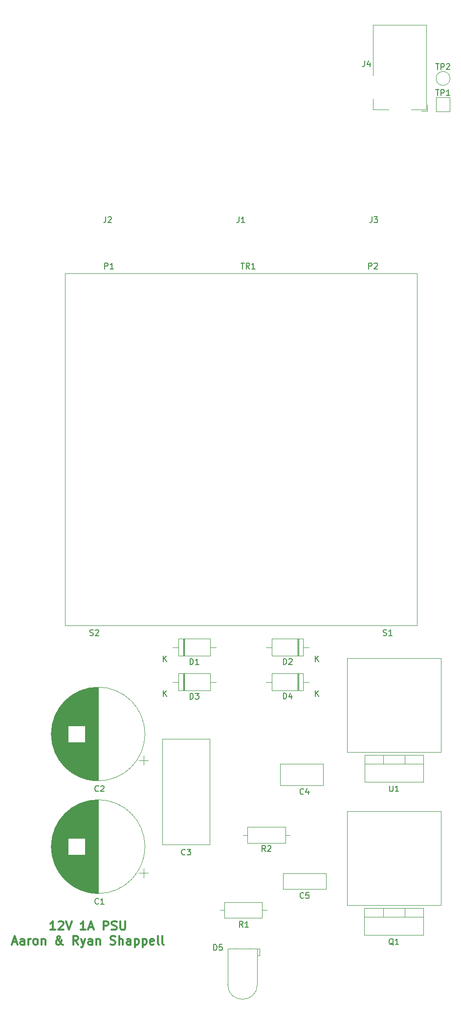
<source format=gbr>
G04 #@! TF.GenerationSoftware,KiCad,Pcbnew,(5.1.6)-1*
G04 #@! TF.CreationDate,2020-12-21T18:52:40-08:00*
G04 #@! TF.ProjectId,12v1a_psu,31327631-615f-4707-9375-2e6b69636164,1.0*
G04 #@! TF.SameCoordinates,Original*
G04 #@! TF.FileFunction,Legend,Top*
G04 #@! TF.FilePolarity,Positive*
%FSLAX46Y46*%
G04 Gerber Fmt 4.6, Leading zero omitted, Abs format (unit mm)*
G04 Created by KiCad (PCBNEW (5.1.6)-1) date 2020-12-21 18:52:40*
%MOMM*%
%LPD*%
G01*
G04 APERTURE LIST*
%ADD10C,0.300000*%
%ADD11C,0.120000*%
%ADD12C,0.150000*%
G04 APERTURE END LIST*
D10*
X57821428Y-177903571D02*
X56964285Y-177903571D01*
X57392857Y-177903571D02*
X57392857Y-176403571D01*
X57250000Y-176617857D01*
X57107142Y-176760714D01*
X56964285Y-176832142D01*
X58392857Y-176546428D02*
X58464285Y-176475000D01*
X58607142Y-176403571D01*
X58964285Y-176403571D01*
X59107142Y-176475000D01*
X59178571Y-176546428D01*
X59250000Y-176689285D01*
X59250000Y-176832142D01*
X59178571Y-177046428D01*
X58321428Y-177903571D01*
X59250000Y-177903571D01*
X59678571Y-176403571D02*
X60178571Y-177903571D01*
X60678571Y-176403571D01*
X63107142Y-177903571D02*
X62250000Y-177903571D01*
X62678571Y-177903571D02*
X62678571Y-176403571D01*
X62535714Y-176617857D01*
X62392857Y-176760714D01*
X62250000Y-176832142D01*
X63678571Y-177475000D02*
X64392857Y-177475000D01*
X63535714Y-177903571D02*
X64035714Y-176403571D01*
X64535714Y-177903571D01*
X66178571Y-177903571D02*
X66178571Y-176403571D01*
X66750000Y-176403571D01*
X66892857Y-176475000D01*
X66964285Y-176546428D01*
X67035714Y-176689285D01*
X67035714Y-176903571D01*
X66964285Y-177046428D01*
X66892857Y-177117857D01*
X66750000Y-177189285D01*
X66178571Y-177189285D01*
X67607142Y-177832142D02*
X67821428Y-177903571D01*
X68178571Y-177903571D01*
X68321428Y-177832142D01*
X68392857Y-177760714D01*
X68464285Y-177617857D01*
X68464285Y-177475000D01*
X68392857Y-177332142D01*
X68321428Y-177260714D01*
X68178571Y-177189285D01*
X67892857Y-177117857D01*
X67750000Y-177046428D01*
X67678571Y-176975000D01*
X67607142Y-176832142D01*
X67607142Y-176689285D01*
X67678571Y-176546428D01*
X67750000Y-176475000D01*
X67892857Y-176403571D01*
X68250000Y-176403571D01*
X68464285Y-176475000D01*
X69107142Y-176403571D02*
X69107142Y-177617857D01*
X69178571Y-177760714D01*
X69250000Y-177832142D01*
X69392857Y-177903571D01*
X69678571Y-177903571D01*
X69821428Y-177832142D01*
X69892857Y-177760714D01*
X69964285Y-177617857D01*
X69964285Y-176403571D01*
X50464285Y-180025000D02*
X51178571Y-180025000D01*
X50321428Y-180453571D02*
X50821428Y-178953571D01*
X51321428Y-180453571D01*
X52464285Y-180453571D02*
X52464285Y-179667857D01*
X52392857Y-179525000D01*
X52250000Y-179453571D01*
X51964285Y-179453571D01*
X51821428Y-179525000D01*
X52464285Y-180382142D02*
X52321428Y-180453571D01*
X51964285Y-180453571D01*
X51821428Y-180382142D01*
X51750000Y-180239285D01*
X51750000Y-180096428D01*
X51821428Y-179953571D01*
X51964285Y-179882142D01*
X52321428Y-179882142D01*
X52464285Y-179810714D01*
X53178571Y-180453571D02*
X53178571Y-179453571D01*
X53178571Y-179739285D02*
X53250000Y-179596428D01*
X53321428Y-179525000D01*
X53464285Y-179453571D01*
X53607142Y-179453571D01*
X54321428Y-180453571D02*
X54178571Y-180382142D01*
X54107142Y-180310714D01*
X54035714Y-180167857D01*
X54035714Y-179739285D01*
X54107142Y-179596428D01*
X54178571Y-179525000D01*
X54321428Y-179453571D01*
X54535714Y-179453571D01*
X54678571Y-179525000D01*
X54750000Y-179596428D01*
X54821428Y-179739285D01*
X54821428Y-180167857D01*
X54750000Y-180310714D01*
X54678571Y-180382142D01*
X54535714Y-180453571D01*
X54321428Y-180453571D01*
X55464285Y-179453571D02*
X55464285Y-180453571D01*
X55464285Y-179596428D02*
X55535714Y-179525000D01*
X55678571Y-179453571D01*
X55892857Y-179453571D01*
X56035714Y-179525000D01*
X56107142Y-179667857D01*
X56107142Y-180453571D01*
X59178571Y-180453571D02*
X59107142Y-180453571D01*
X58964285Y-180382142D01*
X58750000Y-180167857D01*
X58392857Y-179739285D01*
X58250000Y-179525000D01*
X58178571Y-179310714D01*
X58178571Y-179167857D01*
X58250000Y-179025000D01*
X58392857Y-178953571D01*
X58464285Y-178953571D01*
X58607142Y-179025000D01*
X58678571Y-179167857D01*
X58678571Y-179239285D01*
X58607142Y-179382142D01*
X58535714Y-179453571D01*
X58107142Y-179739285D01*
X58035714Y-179810714D01*
X57964285Y-179953571D01*
X57964285Y-180167857D01*
X58035714Y-180310714D01*
X58107142Y-180382142D01*
X58250000Y-180453571D01*
X58464285Y-180453571D01*
X58607142Y-180382142D01*
X58678571Y-180310714D01*
X58892857Y-180025000D01*
X58964285Y-179810714D01*
X58964285Y-179667857D01*
X61821428Y-180453571D02*
X61321428Y-179739285D01*
X60964285Y-180453571D02*
X60964285Y-178953571D01*
X61535714Y-178953571D01*
X61678571Y-179025000D01*
X61750000Y-179096428D01*
X61821428Y-179239285D01*
X61821428Y-179453571D01*
X61750000Y-179596428D01*
X61678571Y-179667857D01*
X61535714Y-179739285D01*
X60964285Y-179739285D01*
X62321428Y-179453571D02*
X62678571Y-180453571D01*
X63035714Y-179453571D02*
X62678571Y-180453571D01*
X62535714Y-180810714D01*
X62464285Y-180882142D01*
X62321428Y-180953571D01*
X64250000Y-180453571D02*
X64250000Y-179667857D01*
X64178571Y-179525000D01*
X64035714Y-179453571D01*
X63750000Y-179453571D01*
X63607142Y-179525000D01*
X64250000Y-180382142D02*
X64107142Y-180453571D01*
X63750000Y-180453571D01*
X63607142Y-180382142D01*
X63535714Y-180239285D01*
X63535714Y-180096428D01*
X63607142Y-179953571D01*
X63750000Y-179882142D01*
X64107142Y-179882142D01*
X64250000Y-179810714D01*
X64964285Y-179453571D02*
X64964285Y-180453571D01*
X64964285Y-179596428D02*
X65035714Y-179525000D01*
X65178571Y-179453571D01*
X65392857Y-179453571D01*
X65535714Y-179525000D01*
X65607142Y-179667857D01*
X65607142Y-180453571D01*
X67392857Y-180382142D02*
X67607142Y-180453571D01*
X67964285Y-180453571D01*
X68107142Y-180382142D01*
X68178571Y-180310714D01*
X68250000Y-180167857D01*
X68250000Y-180025000D01*
X68178571Y-179882142D01*
X68107142Y-179810714D01*
X67964285Y-179739285D01*
X67678571Y-179667857D01*
X67535714Y-179596428D01*
X67464285Y-179525000D01*
X67392857Y-179382142D01*
X67392857Y-179239285D01*
X67464285Y-179096428D01*
X67535714Y-179025000D01*
X67678571Y-178953571D01*
X68035714Y-178953571D01*
X68250000Y-179025000D01*
X68892857Y-180453571D02*
X68892857Y-178953571D01*
X69535714Y-180453571D02*
X69535714Y-179667857D01*
X69464285Y-179525000D01*
X69321428Y-179453571D01*
X69107142Y-179453571D01*
X68964285Y-179525000D01*
X68892857Y-179596428D01*
X70892857Y-180453571D02*
X70892857Y-179667857D01*
X70821428Y-179525000D01*
X70678571Y-179453571D01*
X70392857Y-179453571D01*
X70250000Y-179525000D01*
X70892857Y-180382142D02*
X70750000Y-180453571D01*
X70392857Y-180453571D01*
X70250000Y-180382142D01*
X70178571Y-180239285D01*
X70178571Y-180096428D01*
X70250000Y-179953571D01*
X70392857Y-179882142D01*
X70750000Y-179882142D01*
X70892857Y-179810714D01*
X71607142Y-179453571D02*
X71607142Y-180953571D01*
X71607142Y-179525000D02*
X71750000Y-179453571D01*
X72035714Y-179453571D01*
X72178571Y-179525000D01*
X72250000Y-179596428D01*
X72321428Y-179739285D01*
X72321428Y-180167857D01*
X72250000Y-180310714D01*
X72178571Y-180382142D01*
X72035714Y-180453571D01*
X71750000Y-180453571D01*
X71607142Y-180382142D01*
X72964285Y-179453571D02*
X72964285Y-180953571D01*
X72964285Y-179525000D02*
X73107142Y-179453571D01*
X73392857Y-179453571D01*
X73535714Y-179525000D01*
X73607142Y-179596428D01*
X73678571Y-179739285D01*
X73678571Y-180167857D01*
X73607142Y-180310714D01*
X73535714Y-180382142D01*
X73392857Y-180453571D01*
X73107142Y-180453571D01*
X72964285Y-180382142D01*
X74892857Y-180382142D02*
X74750000Y-180453571D01*
X74464285Y-180453571D01*
X74321428Y-180382142D01*
X74250000Y-180239285D01*
X74250000Y-179667857D01*
X74321428Y-179525000D01*
X74464285Y-179453571D01*
X74750000Y-179453571D01*
X74892857Y-179525000D01*
X74964285Y-179667857D01*
X74964285Y-179810714D01*
X74250000Y-179953571D01*
X75821428Y-180453571D02*
X75678571Y-180382142D01*
X75607142Y-180239285D01*
X75607142Y-178953571D01*
X76607142Y-180453571D02*
X76464285Y-180382142D01*
X76392857Y-180239285D01*
X76392857Y-178953571D01*
D11*
X111390000Y-147660000D02*
X121630000Y-147660000D01*
X111390000Y-152301000D02*
X121630000Y-152301000D01*
X111390000Y-147660000D02*
X111390000Y-152301000D01*
X121630000Y-147660000D02*
X121630000Y-152301000D01*
X111390000Y-149170000D02*
X121630000Y-149170000D01*
X114660000Y-147660000D02*
X114660000Y-149170000D01*
X118361000Y-147660000D02*
X118361000Y-149170000D01*
X120480000Y-125230000D02*
X120480000Y-64270000D01*
X59520000Y-125230000D02*
X120480000Y-125230000D01*
X59520000Y-64270000D02*
X59520000Y-125230000D01*
X120480000Y-64270000D02*
X59520000Y-64270000D01*
X126200000Y-30500000D02*
G75*
G03*
X126200000Y-30500000I-1200000J0D01*
G01*
X123800000Y-33800000D02*
X126200000Y-33800000D01*
X126200000Y-33800000D02*
X126200000Y-36200000D01*
X126200000Y-36200000D02*
X123800000Y-36200000D01*
X123800000Y-36200000D02*
X123800000Y-33800000D01*
X97690000Y-162870000D02*
X97690000Y-160130000D01*
X97690000Y-160130000D02*
X91150000Y-160130000D01*
X91150000Y-160130000D02*
X91150000Y-162870000D01*
X91150000Y-162870000D02*
X97690000Y-162870000D01*
X98460000Y-161500000D02*
X97690000Y-161500000D01*
X90380000Y-161500000D02*
X91150000Y-161500000D01*
X93690000Y-175870000D02*
X93690000Y-173130000D01*
X93690000Y-173130000D02*
X87150000Y-173130000D01*
X87150000Y-173130000D02*
X87150000Y-175870000D01*
X87150000Y-175870000D02*
X93690000Y-175870000D01*
X94460000Y-174500000D02*
X93690000Y-174500000D01*
X86380000Y-174500000D02*
X87150000Y-174500000D01*
X111380000Y-174160000D02*
X121620000Y-174160000D01*
X111380000Y-178801000D02*
X121620000Y-178801000D01*
X111380000Y-174160000D02*
X111380000Y-178801000D01*
X121620000Y-174160000D02*
X121620000Y-178801000D01*
X111380000Y-175670000D02*
X121620000Y-175670000D01*
X114650000Y-174160000D02*
X114650000Y-175670000D01*
X118351000Y-174160000D02*
X118351000Y-175670000D01*
X122100000Y-35900000D02*
X119500000Y-35900000D01*
X122100000Y-21200000D02*
X122100000Y-35900000D01*
X112900000Y-35900000D02*
X112900000Y-34000000D01*
X115600000Y-35900000D02*
X112900000Y-35900000D01*
X112900000Y-21200000D02*
X122100000Y-21200000D01*
X112900000Y-30000000D02*
X112900000Y-21200000D01*
X122300000Y-35050000D02*
X122300000Y-36100000D01*
X121250000Y-36100000D02*
X122300000Y-36100000D01*
X87710000Y-181210000D02*
X87710000Y-187370000D01*
X92830000Y-181210000D02*
X92830000Y-187370000D01*
X87710000Y-181210000D02*
X92830000Y-181210000D01*
X93230000Y-181210000D02*
X93230000Y-182330000D01*
X93230000Y-182330000D02*
X92830000Y-182330000D01*
X92830000Y-182330000D02*
X92830000Y-181210000D01*
X92830000Y-181210000D02*
X93230000Y-181210000D01*
X89000000Y-181080000D02*
X89000000Y-181210000D01*
X89000000Y-181210000D02*
X89000000Y-181210000D01*
X89000000Y-181210000D02*
X89000000Y-181080000D01*
X89000000Y-181080000D02*
X89000000Y-181080000D01*
X91540000Y-181080000D02*
X91540000Y-181210000D01*
X91540000Y-181210000D02*
X91540000Y-181210000D01*
X91540000Y-181210000D02*
X91540000Y-181080000D01*
X91540000Y-181080000D02*
X91540000Y-181080000D01*
X92830000Y-187370000D02*
G75*
G02*
X87710000Y-187370000I-2560000J0D01*
G01*
X100800000Y-136470000D02*
X100800000Y-133530000D01*
X100800000Y-133530000D02*
X95360000Y-133530000D01*
X95360000Y-133530000D02*
X95360000Y-136470000D01*
X95360000Y-136470000D02*
X100800000Y-136470000D01*
X101820000Y-135000000D02*
X100800000Y-135000000D01*
X94340000Y-135000000D02*
X95360000Y-135000000D01*
X99900000Y-136470000D02*
X99900000Y-133530000D01*
X99780000Y-136470000D02*
X99780000Y-133530000D01*
X100020000Y-136470000D02*
X100020000Y-133530000D01*
X79200000Y-133530000D02*
X79200000Y-136470000D01*
X79200000Y-136470000D02*
X84640000Y-136470000D01*
X84640000Y-136470000D02*
X84640000Y-133530000D01*
X84640000Y-133530000D02*
X79200000Y-133530000D01*
X78180000Y-135000000D02*
X79200000Y-135000000D01*
X85660000Y-135000000D02*
X84640000Y-135000000D01*
X80100000Y-133530000D02*
X80100000Y-136470000D01*
X80220000Y-133530000D02*
X80220000Y-136470000D01*
X79980000Y-133530000D02*
X79980000Y-136470000D01*
X100800000Y-130470000D02*
X100800000Y-127530000D01*
X100800000Y-127530000D02*
X95360000Y-127530000D01*
X95360000Y-127530000D02*
X95360000Y-130470000D01*
X95360000Y-130470000D02*
X100800000Y-130470000D01*
X101820000Y-129000000D02*
X100800000Y-129000000D01*
X94340000Y-129000000D02*
X95360000Y-129000000D01*
X99900000Y-130470000D02*
X99900000Y-127530000D01*
X99780000Y-130470000D02*
X99780000Y-127530000D01*
X100020000Y-130470000D02*
X100020000Y-127530000D01*
X79200000Y-127530000D02*
X79200000Y-130470000D01*
X79200000Y-130470000D02*
X84640000Y-130470000D01*
X84640000Y-130470000D02*
X84640000Y-127530000D01*
X84640000Y-127530000D02*
X79200000Y-127530000D01*
X78180000Y-129000000D02*
X79200000Y-129000000D01*
X85660000Y-129000000D02*
X84640000Y-129000000D01*
X80100000Y-127530000D02*
X80100000Y-130470000D01*
X80220000Y-127530000D02*
X80220000Y-130470000D01*
X79980000Y-127530000D02*
X79980000Y-130470000D01*
X104720000Y-170870000D02*
X97280000Y-170870000D01*
X104720000Y-168130000D02*
X97280000Y-168130000D01*
X104720000Y-170870000D02*
X104720000Y-168130000D01*
X97280000Y-170870000D02*
X97280000Y-168130000D01*
X104220000Y-152870000D02*
X96780000Y-152870000D01*
X104220000Y-149130000D02*
X96780000Y-149130000D01*
X104220000Y-152870000D02*
X104220000Y-149130000D01*
X96780000Y-152870000D02*
X96780000Y-149130000D01*
X76380000Y-163120000D02*
X76380000Y-144880000D01*
X84620000Y-163120000D02*
X84620000Y-144880000D01*
X76380000Y-163120000D02*
X84620000Y-163120000D01*
X76380000Y-144880000D02*
X84620000Y-144880000D01*
X73370000Y-144000000D02*
G75*
G03*
X73370000Y-144000000I-8120000J0D01*
G01*
X65250000Y-152081000D02*
X65250000Y-135919000D01*
X65210000Y-152080000D02*
X65210000Y-135920000D01*
X65170000Y-152080000D02*
X65170000Y-135920000D01*
X65130000Y-152080000D02*
X65130000Y-135920000D01*
X65090000Y-152079000D02*
X65090000Y-135921000D01*
X65050000Y-152078000D02*
X65050000Y-135922000D01*
X65010000Y-152077000D02*
X65010000Y-135923000D01*
X64970000Y-152076000D02*
X64970000Y-135924000D01*
X64930000Y-152074000D02*
X64930000Y-135926000D01*
X64890000Y-152073000D02*
X64890000Y-135927000D01*
X64850000Y-152071000D02*
X64850000Y-135929000D01*
X64810000Y-152069000D02*
X64810000Y-135931000D01*
X64770000Y-152066000D02*
X64770000Y-135934000D01*
X64730000Y-152064000D02*
X64730000Y-135936000D01*
X64690000Y-152061000D02*
X64690000Y-135939000D01*
X64650000Y-152058000D02*
X64650000Y-135942000D01*
X64610000Y-152055000D02*
X64610000Y-135945000D01*
X64570000Y-152052000D02*
X64570000Y-135948000D01*
X64529000Y-152049000D02*
X64529000Y-135951000D01*
X64489000Y-152045000D02*
X64489000Y-135955000D01*
X64449000Y-152041000D02*
X64449000Y-135959000D01*
X64409000Y-152037000D02*
X64409000Y-135963000D01*
X64369000Y-152033000D02*
X64369000Y-135967000D01*
X64329000Y-152028000D02*
X64329000Y-135972000D01*
X64289000Y-152024000D02*
X64289000Y-135976000D01*
X64249000Y-152019000D02*
X64249000Y-135981000D01*
X64209000Y-152014000D02*
X64209000Y-135986000D01*
X64169000Y-152008000D02*
X64169000Y-135992000D01*
X64129000Y-152003000D02*
X64129000Y-135997000D01*
X64089000Y-151997000D02*
X64089000Y-136003000D01*
X64049000Y-151991000D02*
X64049000Y-136009000D01*
X64009000Y-151985000D02*
X64009000Y-136015000D01*
X63969000Y-151979000D02*
X63969000Y-136021000D01*
X63929000Y-151972000D02*
X63929000Y-136028000D01*
X63889000Y-151966000D02*
X63889000Y-136034000D01*
X63849000Y-151959000D02*
X63849000Y-136041000D01*
X63809000Y-151952000D02*
X63809000Y-136048000D01*
X63769000Y-151944000D02*
X63769000Y-136056000D01*
X63729000Y-151937000D02*
X63729000Y-136063000D01*
X63689000Y-151929000D02*
X63689000Y-136071000D01*
X63649000Y-151921000D02*
X63649000Y-136079000D01*
X63609000Y-151913000D02*
X63609000Y-136087000D01*
X63569000Y-151905000D02*
X63569000Y-136095000D01*
X63529000Y-151896000D02*
X63529000Y-136104000D01*
X63489000Y-151887000D02*
X63489000Y-136113000D01*
X63449000Y-151878000D02*
X63449000Y-136122000D01*
X63409000Y-151869000D02*
X63409000Y-136131000D01*
X63369000Y-151860000D02*
X63369000Y-136140000D01*
X63329000Y-151850000D02*
X63329000Y-136150000D01*
X63289000Y-151840000D02*
X63289000Y-136160000D01*
X63249000Y-151830000D02*
X63249000Y-136170000D01*
X63209000Y-151820000D02*
X63209000Y-136180000D01*
X63169000Y-151810000D02*
X63169000Y-136190000D01*
X63129000Y-151799000D02*
X63129000Y-136201000D01*
X63089000Y-151788000D02*
X63089000Y-136212000D01*
X63049000Y-151777000D02*
X63049000Y-136223000D01*
X63009000Y-151765000D02*
X63009000Y-136235000D01*
X62969000Y-151754000D02*
X62969000Y-136246000D01*
X62929000Y-151742000D02*
X62929000Y-145440000D01*
X62929000Y-142560000D02*
X62929000Y-136258000D01*
X62889000Y-151730000D02*
X62889000Y-145440000D01*
X62889000Y-142560000D02*
X62889000Y-136270000D01*
X62849000Y-151718000D02*
X62849000Y-145440000D01*
X62849000Y-142560000D02*
X62849000Y-136282000D01*
X62809000Y-151705000D02*
X62809000Y-145440000D01*
X62809000Y-142560000D02*
X62809000Y-136295000D01*
X62769000Y-151693000D02*
X62769000Y-145440000D01*
X62769000Y-142560000D02*
X62769000Y-136307000D01*
X62729000Y-151680000D02*
X62729000Y-145440000D01*
X62729000Y-142560000D02*
X62729000Y-136320000D01*
X62689000Y-151666000D02*
X62689000Y-145440000D01*
X62689000Y-142560000D02*
X62689000Y-136334000D01*
X62649000Y-151653000D02*
X62649000Y-145440000D01*
X62649000Y-142560000D02*
X62649000Y-136347000D01*
X62609000Y-151639000D02*
X62609000Y-145440000D01*
X62609000Y-142560000D02*
X62609000Y-136361000D01*
X62569000Y-151625000D02*
X62569000Y-145440000D01*
X62569000Y-142560000D02*
X62569000Y-136375000D01*
X62529000Y-151611000D02*
X62529000Y-145440000D01*
X62529000Y-142560000D02*
X62529000Y-136389000D01*
X62489000Y-151597000D02*
X62489000Y-145440000D01*
X62489000Y-142560000D02*
X62489000Y-136403000D01*
X62449000Y-151582000D02*
X62449000Y-145440000D01*
X62449000Y-142560000D02*
X62449000Y-136418000D01*
X62409000Y-151568000D02*
X62409000Y-145440000D01*
X62409000Y-142560000D02*
X62409000Y-136432000D01*
X62369000Y-151553000D02*
X62369000Y-145440000D01*
X62369000Y-142560000D02*
X62369000Y-136447000D01*
X62329000Y-151537000D02*
X62329000Y-145440000D01*
X62329000Y-142560000D02*
X62329000Y-136463000D01*
X62289000Y-151522000D02*
X62289000Y-145440000D01*
X62289000Y-142560000D02*
X62289000Y-136478000D01*
X62249000Y-151506000D02*
X62249000Y-145440000D01*
X62249000Y-142560000D02*
X62249000Y-136494000D01*
X62209000Y-151490000D02*
X62209000Y-145440000D01*
X62209000Y-142560000D02*
X62209000Y-136510000D01*
X62169000Y-151474000D02*
X62169000Y-145440000D01*
X62169000Y-142560000D02*
X62169000Y-136526000D01*
X62129000Y-151457000D02*
X62129000Y-145440000D01*
X62129000Y-142560000D02*
X62129000Y-136543000D01*
X62089000Y-151440000D02*
X62089000Y-145440000D01*
X62089000Y-142560000D02*
X62089000Y-136560000D01*
X62049000Y-151423000D02*
X62049000Y-145440000D01*
X62049000Y-142560000D02*
X62049000Y-136577000D01*
X62009000Y-151406000D02*
X62009000Y-145440000D01*
X62009000Y-142560000D02*
X62009000Y-136594000D01*
X61969000Y-151389000D02*
X61969000Y-145440000D01*
X61969000Y-142560000D02*
X61969000Y-136611000D01*
X61929000Y-151371000D02*
X61929000Y-145440000D01*
X61929000Y-142560000D02*
X61929000Y-136629000D01*
X61889000Y-151353000D02*
X61889000Y-145440000D01*
X61889000Y-142560000D02*
X61889000Y-136647000D01*
X61849000Y-151334000D02*
X61849000Y-145440000D01*
X61849000Y-142560000D02*
X61849000Y-136666000D01*
X61809000Y-151316000D02*
X61809000Y-145440000D01*
X61809000Y-142560000D02*
X61809000Y-136684000D01*
X61769000Y-151297000D02*
X61769000Y-145440000D01*
X61769000Y-142560000D02*
X61769000Y-136703000D01*
X61729000Y-151278000D02*
X61729000Y-145440000D01*
X61729000Y-142560000D02*
X61729000Y-136722000D01*
X61689000Y-151258000D02*
X61689000Y-145440000D01*
X61689000Y-142560000D02*
X61689000Y-136742000D01*
X61649000Y-151239000D02*
X61649000Y-145440000D01*
X61649000Y-142560000D02*
X61649000Y-136761000D01*
X61609000Y-151219000D02*
X61609000Y-145440000D01*
X61609000Y-142560000D02*
X61609000Y-136781000D01*
X61569000Y-151199000D02*
X61569000Y-145440000D01*
X61569000Y-142560000D02*
X61569000Y-136801000D01*
X61529000Y-151178000D02*
X61529000Y-145440000D01*
X61529000Y-142560000D02*
X61529000Y-136822000D01*
X61489000Y-151157000D02*
X61489000Y-145440000D01*
X61489000Y-142560000D02*
X61489000Y-136843000D01*
X61449000Y-151136000D02*
X61449000Y-145440000D01*
X61449000Y-142560000D02*
X61449000Y-136864000D01*
X61409000Y-151115000D02*
X61409000Y-145440000D01*
X61409000Y-142560000D02*
X61409000Y-136885000D01*
X61369000Y-151094000D02*
X61369000Y-145440000D01*
X61369000Y-142560000D02*
X61369000Y-136906000D01*
X61329000Y-151072000D02*
X61329000Y-145440000D01*
X61329000Y-142560000D02*
X61329000Y-136928000D01*
X61289000Y-151049000D02*
X61289000Y-145440000D01*
X61289000Y-142560000D02*
X61289000Y-136951000D01*
X61249000Y-151027000D02*
X61249000Y-145440000D01*
X61249000Y-142560000D02*
X61249000Y-136973000D01*
X61209000Y-151004000D02*
X61209000Y-145440000D01*
X61209000Y-142560000D02*
X61209000Y-136996000D01*
X61169000Y-150981000D02*
X61169000Y-145440000D01*
X61169000Y-142560000D02*
X61169000Y-137019000D01*
X61129000Y-150958000D02*
X61129000Y-145440000D01*
X61129000Y-142560000D02*
X61129000Y-137042000D01*
X61089000Y-150934000D02*
X61089000Y-145440000D01*
X61089000Y-142560000D02*
X61089000Y-137066000D01*
X61049000Y-150910000D02*
X61049000Y-145440000D01*
X61049000Y-142560000D02*
X61049000Y-137090000D01*
X61009000Y-150886000D02*
X61009000Y-145440000D01*
X61009000Y-142560000D02*
X61009000Y-137114000D01*
X60969000Y-150861000D02*
X60969000Y-145440000D01*
X60969000Y-142560000D02*
X60969000Y-137139000D01*
X60929000Y-150836000D02*
X60929000Y-145440000D01*
X60929000Y-142560000D02*
X60929000Y-137164000D01*
X60889000Y-150811000D02*
X60889000Y-145440000D01*
X60889000Y-142560000D02*
X60889000Y-137189000D01*
X60849000Y-150785000D02*
X60849000Y-145440000D01*
X60849000Y-142560000D02*
X60849000Y-137215000D01*
X60809000Y-150759000D02*
X60809000Y-145440000D01*
X60809000Y-142560000D02*
X60809000Y-137241000D01*
X60769000Y-150733000D02*
X60769000Y-145440000D01*
X60769000Y-142560000D02*
X60769000Y-137267000D01*
X60729000Y-150706000D02*
X60729000Y-145440000D01*
X60729000Y-142560000D02*
X60729000Y-137294000D01*
X60689000Y-150679000D02*
X60689000Y-145440000D01*
X60689000Y-142560000D02*
X60689000Y-137321000D01*
X60649000Y-150652000D02*
X60649000Y-145440000D01*
X60649000Y-142560000D02*
X60649000Y-137348000D01*
X60609000Y-150624000D02*
X60609000Y-145440000D01*
X60609000Y-142560000D02*
X60609000Y-137376000D01*
X60569000Y-150596000D02*
X60569000Y-145440000D01*
X60569000Y-142560000D02*
X60569000Y-137404000D01*
X60529000Y-150568000D02*
X60529000Y-145440000D01*
X60529000Y-142560000D02*
X60529000Y-137432000D01*
X60489000Y-150539000D02*
X60489000Y-145440000D01*
X60489000Y-142560000D02*
X60489000Y-137461000D01*
X60449000Y-150510000D02*
X60449000Y-145440000D01*
X60449000Y-142560000D02*
X60449000Y-137490000D01*
X60409000Y-150480000D02*
X60409000Y-145440000D01*
X60409000Y-142560000D02*
X60409000Y-137520000D01*
X60369000Y-150450000D02*
X60369000Y-145440000D01*
X60369000Y-142560000D02*
X60369000Y-137550000D01*
X60329000Y-150420000D02*
X60329000Y-145440000D01*
X60329000Y-142560000D02*
X60329000Y-137580000D01*
X60289000Y-150390000D02*
X60289000Y-145440000D01*
X60289000Y-142560000D02*
X60289000Y-137610000D01*
X60249000Y-150358000D02*
X60249000Y-145440000D01*
X60249000Y-142560000D02*
X60249000Y-137642000D01*
X60209000Y-150327000D02*
X60209000Y-145440000D01*
X60209000Y-142560000D02*
X60209000Y-137673000D01*
X60169000Y-150295000D02*
X60169000Y-145440000D01*
X60169000Y-142560000D02*
X60169000Y-137705000D01*
X60129000Y-150263000D02*
X60129000Y-145440000D01*
X60129000Y-142560000D02*
X60129000Y-137737000D01*
X60089000Y-150230000D02*
X60089000Y-145440000D01*
X60089000Y-142560000D02*
X60089000Y-137770000D01*
X60049000Y-150197000D02*
X60049000Y-137803000D01*
X60009000Y-150163000D02*
X60009000Y-137837000D01*
X59969000Y-150129000D02*
X59969000Y-137871000D01*
X59929000Y-150095000D02*
X59929000Y-137905000D01*
X59889000Y-150060000D02*
X59889000Y-137940000D01*
X59849000Y-150025000D02*
X59849000Y-137975000D01*
X59809000Y-149989000D02*
X59809000Y-138011000D01*
X59769000Y-149952000D02*
X59769000Y-138048000D01*
X59729000Y-149916000D02*
X59729000Y-138084000D01*
X59689000Y-149878000D02*
X59689000Y-138122000D01*
X59649000Y-149840000D02*
X59649000Y-138160000D01*
X59609000Y-149802000D02*
X59609000Y-138198000D01*
X59569000Y-149763000D02*
X59569000Y-138237000D01*
X59529000Y-149724000D02*
X59529000Y-138276000D01*
X59489000Y-149684000D02*
X59489000Y-138316000D01*
X59449000Y-149643000D02*
X59449000Y-138357000D01*
X59409000Y-149602000D02*
X59409000Y-138398000D01*
X59369000Y-149560000D02*
X59369000Y-138440000D01*
X59329000Y-149518000D02*
X59329000Y-138482000D01*
X59289000Y-149475000D02*
X59289000Y-138525000D01*
X59249000Y-149432000D02*
X59249000Y-138568000D01*
X59209000Y-149388000D02*
X59209000Y-138612000D01*
X59169000Y-149343000D02*
X59169000Y-138657000D01*
X59129000Y-149297000D02*
X59129000Y-138703000D01*
X59089000Y-149251000D02*
X59089000Y-138749000D01*
X59049000Y-149204000D02*
X59049000Y-138796000D01*
X59009000Y-149156000D02*
X59009000Y-138844000D01*
X58969000Y-149108000D02*
X58969000Y-138892000D01*
X58929000Y-149059000D02*
X58929000Y-138941000D01*
X58889000Y-149009000D02*
X58889000Y-138991000D01*
X58849000Y-148958000D02*
X58849000Y-139042000D01*
X58809000Y-148906000D02*
X58809000Y-139094000D01*
X58769000Y-148854000D02*
X58769000Y-139146000D01*
X58729000Y-148800000D02*
X58729000Y-139200000D01*
X58689000Y-148746000D02*
X58689000Y-139254000D01*
X58649000Y-148691000D02*
X58649000Y-139309000D01*
X58609000Y-148634000D02*
X58609000Y-139366000D01*
X58569000Y-148577000D02*
X58569000Y-139423000D01*
X58529000Y-148519000D02*
X58529000Y-139481000D01*
X58489000Y-148459000D02*
X58489000Y-139541000D01*
X58449000Y-148398000D02*
X58449000Y-139602000D01*
X58409000Y-148336000D02*
X58409000Y-139664000D01*
X58369000Y-148273000D02*
X58369000Y-139727000D01*
X58329000Y-148209000D02*
X58329000Y-139791000D01*
X58289000Y-148143000D02*
X58289000Y-139857000D01*
X58249000Y-148076000D02*
X58249000Y-139924000D01*
X58209000Y-148007000D02*
X58209000Y-139993000D01*
X58169000Y-147936000D02*
X58169000Y-140064000D01*
X58129000Y-147864000D02*
X58129000Y-140136000D01*
X58089000Y-147790000D02*
X58089000Y-140210000D01*
X58049000Y-147715000D02*
X58049000Y-140285000D01*
X58009000Y-147637000D02*
X58009000Y-140363000D01*
X57969000Y-147557000D02*
X57969000Y-140443000D01*
X57929000Y-147475000D02*
X57929000Y-140525000D01*
X57889000Y-147390000D02*
X57889000Y-140610000D01*
X57849000Y-147303000D02*
X57849000Y-140697000D01*
X57809000Y-147213000D02*
X57809000Y-140787000D01*
X57769000Y-147120000D02*
X57769000Y-140880000D01*
X57729000Y-147024000D02*
X57729000Y-140976000D01*
X57689000Y-146924000D02*
X57689000Y-141076000D01*
X57649000Y-146820000D02*
X57649000Y-141180000D01*
X57609000Y-146711000D02*
X57609000Y-141289000D01*
X57569000Y-146597000D02*
X57569000Y-141403000D01*
X57529000Y-146478000D02*
X57529000Y-141522000D01*
X57489000Y-146351000D02*
X57489000Y-141649000D01*
X57449000Y-146218000D02*
X57449000Y-141782000D01*
X57409000Y-146074000D02*
X57409000Y-141926000D01*
X57369000Y-145920000D02*
X57369000Y-142080000D01*
X57329000Y-145752000D02*
X57329000Y-142248000D01*
X57289000Y-145564000D02*
X57289000Y-142436000D01*
X57249000Y-145351000D02*
X57249000Y-142649000D01*
X57209000Y-145098000D02*
X57209000Y-142902000D01*
X57169000Y-144765000D02*
X57169000Y-143235000D01*
X73939491Y-148555000D02*
X72339491Y-148555000D01*
X73139491Y-149355000D02*
X73139491Y-147755000D01*
X73370000Y-163500000D02*
G75*
G03*
X73370000Y-163500000I-8120000J0D01*
G01*
X65250000Y-171581000D02*
X65250000Y-155419000D01*
X65210000Y-171580000D02*
X65210000Y-155420000D01*
X65170000Y-171580000D02*
X65170000Y-155420000D01*
X65130000Y-171580000D02*
X65130000Y-155420000D01*
X65090000Y-171579000D02*
X65090000Y-155421000D01*
X65050000Y-171578000D02*
X65050000Y-155422000D01*
X65010000Y-171577000D02*
X65010000Y-155423000D01*
X64970000Y-171576000D02*
X64970000Y-155424000D01*
X64930000Y-171574000D02*
X64930000Y-155426000D01*
X64890000Y-171573000D02*
X64890000Y-155427000D01*
X64850000Y-171571000D02*
X64850000Y-155429000D01*
X64810000Y-171569000D02*
X64810000Y-155431000D01*
X64770000Y-171566000D02*
X64770000Y-155434000D01*
X64730000Y-171564000D02*
X64730000Y-155436000D01*
X64690000Y-171561000D02*
X64690000Y-155439000D01*
X64650000Y-171558000D02*
X64650000Y-155442000D01*
X64610000Y-171555000D02*
X64610000Y-155445000D01*
X64570000Y-171552000D02*
X64570000Y-155448000D01*
X64529000Y-171549000D02*
X64529000Y-155451000D01*
X64489000Y-171545000D02*
X64489000Y-155455000D01*
X64449000Y-171541000D02*
X64449000Y-155459000D01*
X64409000Y-171537000D02*
X64409000Y-155463000D01*
X64369000Y-171533000D02*
X64369000Y-155467000D01*
X64329000Y-171528000D02*
X64329000Y-155472000D01*
X64289000Y-171524000D02*
X64289000Y-155476000D01*
X64249000Y-171519000D02*
X64249000Y-155481000D01*
X64209000Y-171514000D02*
X64209000Y-155486000D01*
X64169000Y-171508000D02*
X64169000Y-155492000D01*
X64129000Y-171503000D02*
X64129000Y-155497000D01*
X64089000Y-171497000D02*
X64089000Y-155503000D01*
X64049000Y-171491000D02*
X64049000Y-155509000D01*
X64009000Y-171485000D02*
X64009000Y-155515000D01*
X63969000Y-171479000D02*
X63969000Y-155521000D01*
X63929000Y-171472000D02*
X63929000Y-155528000D01*
X63889000Y-171466000D02*
X63889000Y-155534000D01*
X63849000Y-171459000D02*
X63849000Y-155541000D01*
X63809000Y-171452000D02*
X63809000Y-155548000D01*
X63769000Y-171444000D02*
X63769000Y-155556000D01*
X63729000Y-171437000D02*
X63729000Y-155563000D01*
X63689000Y-171429000D02*
X63689000Y-155571000D01*
X63649000Y-171421000D02*
X63649000Y-155579000D01*
X63609000Y-171413000D02*
X63609000Y-155587000D01*
X63569000Y-171405000D02*
X63569000Y-155595000D01*
X63529000Y-171396000D02*
X63529000Y-155604000D01*
X63489000Y-171387000D02*
X63489000Y-155613000D01*
X63449000Y-171378000D02*
X63449000Y-155622000D01*
X63409000Y-171369000D02*
X63409000Y-155631000D01*
X63369000Y-171360000D02*
X63369000Y-155640000D01*
X63329000Y-171350000D02*
X63329000Y-155650000D01*
X63289000Y-171340000D02*
X63289000Y-155660000D01*
X63249000Y-171330000D02*
X63249000Y-155670000D01*
X63209000Y-171320000D02*
X63209000Y-155680000D01*
X63169000Y-171310000D02*
X63169000Y-155690000D01*
X63129000Y-171299000D02*
X63129000Y-155701000D01*
X63089000Y-171288000D02*
X63089000Y-155712000D01*
X63049000Y-171277000D02*
X63049000Y-155723000D01*
X63009000Y-171265000D02*
X63009000Y-155735000D01*
X62969000Y-171254000D02*
X62969000Y-155746000D01*
X62929000Y-171242000D02*
X62929000Y-164940000D01*
X62929000Y-162060000D02*
X62929000Y-155758000D01*
X62889000Y-171230000D02*
X62889000Y-164940000D01*
X62889000Y-162060000D02*
X62889000Y-155770000D01*
X62849000Y-171218000D02*
X62849000Y-164940000D01*
X62849000Y-162060000D02*
X62849000Y-155782000D01*
X62809000Y-171205000D02*
X62809000Y-164940000D01*
X62809000Y-162060000D02*
X62809000Y-155795000D01*
X62769000Y-171193000D02*
X62769000Y-164940000D01*
X62769000Y-162060000D02*
X62769000Y-155807000D01*
X62729000Y-171180000D02*
X62729000Y-164940000D01*
X62729000Y-162060000D02*
X62729000Y-155820000D01*
X62689000Y-171166000D02*
X62689000Y-164940000D01*
X62689000Y-162060000D02*
X62689000Y-155834000D01*
X62649000Y-171153000D02*
X62649000Y-164940000D01*
X62649000Y-162060000D02*
X62649000Y-155847000D01*
X62609000Y-171139000D02*
X62609000Y-164940000D01*
X62609000Y-162060000D02*
X62609000Y-155861000D01*
X62569000Y-171125000D02*
X62569000Y-164940000D01*
X62569000Y-162060000D02*
X62569000Y-155875000D01*
X62529000Y-171111000D02*
X62529000Y-164940000D01*
X62529000Y-162060000D02*
X62529000Y-155889000D01*
X62489000Y-171097000D02*
X62489000Y-164940000D01*
X62489000Y-162060000D02*
X62489000Y-155903000D01*
X62449000Y-171082000D02*
X62449000Y-164940000D01*
X62449000Y-162060000D02*
X62449000Y-155918000D01*
X62409000Y-171068000D02*
X62409000Y-164940000D01*
X62409000Y-162060000D02*
X62409000Y-155932000D01*
X62369000Y-171053000D02*
X62369000Y-164940000D01*
X62369000Y-162060000D02*
X62369000Y-155947000D01*
X62329000Y-171037000D02*
X62329000Y-164940000D01*
X62329000Y-162060000D02*
X62329000Y-155963000D01*
X62289000Y-171022000D02*
X62289000Y-164940000D01*
X62289000Y-162060000D02*
X62289000Y-155978000D01*
X62249000Y-171006000D02*
X62249000Y-164940000D01*
X62249000Y-162060000D02*
X62249000Y-155994000D01*
X62209000Y-170990000D02*
X62209000Y-164940000D01*
X62209000Y-162060000D02*
X62209000Y-156010000D01*
X62169000Y-170974000D02*
X62169000Y-164940000D01*
X62169000Y-162060000D02*
X62169000Y-156026000D01*
X62129000Y-170957000D02*
X62129000Y-164940000D01*
X62129000Y-162060000D02*
X62129000Y-156043000D01*
X62089000Y-170940000D02*
X62089000Y-164940000D01*
X62089000Y-162060000D02*
X62089000Y-156060000D01*
X62049000Y-170923000D02*
X62049000Y-164940000D01*
X62049000Y-162060000D02*
X62049000Y-156077000D01*
X62009000Y-170906000D02*
X62009000Y-164940000D01*
X62009000Y-162060000D02*
X62009000Y-156094000D01*
X61969000Y-170889000D02*
X61969000Y-164940000D01*
X61969000Y-162060000D02*
X61969000Y-156111000D01*
X61929000Y-170871000D02*
X61929000Y-164940000D01*
X61929000Y-162060000D02*
X61929000Y-156129000D01*
X61889000Y-170853000D02*
X61889000Y-164940000D01*
X61889000Y-162060000D02*
X61889000Y-156147000D01*
X61849000Y-170834000D02*
X61849000Y-164940000D01*
X61849000Y-162060000D02*
X61849000Y-156166000D01*
X61809000Y-170816000D02*
X61809000Y-164940000D01*
X61809000Y-162060000D02*
X61809000Y-156184000D01*
X61769000Y-170797000D02*
X61769000Y-164940000D01*
X61769000Y-162060000D02*
X61769000Y-156203000D01*
X61729000Y-170778000D02*
X61729000Y-164940000D01*
X61729000Y-162060000D02*
X61729000Y-156222000D01*
X61689000Y-170758000D02*
X61689000Y-164940000D01*
X61689000Y-162060000D02*
X61689000Y-156242000D01*
X61649000Y-170739000D02*
X61649000Y-164940000D01*
X61649000Y-162060000D02*
X61649000Y-156261000D01*
X61609000Y-170719000D02*
X61609000Y-164940000D01*
X61609000Y-162060000D02*
X61609000Y-156281000D01*
X61569000Y-170699000D02*
X61569000Y-164940000D01*
X61569000Y-162060000D02*
X61569000Y-156301000D01*
X61529000Y-170678000D02*
X61529000Y-164940000D01*
X61529000Y-162060000D02*
X61529000Y-156322000D01*
X61489000Y-170657000D02*
X61489000Y-164940000D01*
X61489000Y-162060000D02*
X61489000Y-156343000D01*
X61449000Y-170636000D02*
X61449000Y-164940000D01*
X61449000Y-162060000D02*
X61449000Y-156364000D01*
X61409000Y-170615000D02*
X61409000Y-164940000D01*
X61409000Y-162060000D02*
X61409000Y-156385000D01*
X61369000Y-170594000D02*
X61369000Y-164940000D01*
X61369000Y-162060000D02*
X61369000Y-156406000D01*
X61329000Y-170572000D02*
X61329000Y-164940000D01*
X61329000Y-162060000D02*
X61329000Y-156428000D01*
X61289000Y-170549000D02*
X61289000Y-164940000D01*
X61289000Y-162060000D02*
X61289000Y-156451000D01*
X61249000Y-170527000D02*
X61249000Y-164940000D01*
X61249000Y-162060000D02*
X61249000Y-156473000D01*
X61209000Y-170504000D02*
X61209000Y-164940000D01*
X61209000Y-162060000D02*
X61209000Y-156496000D01*
X61169000Y-170481000D02*
X61169000Y-164940000D01*
X61169000Y-162060000D02*
X61169000Y-156519000D01*
X61129000Y-170458000D02*
X61129000Y-164940000D01*
X61129000Y-162060000D02*
X61129000Y-156542000D01*
X61089000Y-170434000D02*
X61089000Y-164940000D01*
X61089000Y-162060000D02*
X61089000Y-156566000D01*
X61049000Y-170410000D02*
X61049000Y-164940000D01*
X61049000Y-162060000D02*
X61049000Y-156590000D01*
X61009000Y-170386000D02*
X61009000Y-164940000D01*
X61009000Y-162060000D02*
X61009000Y-156614000D01*
X60969000Y-170361000D02*
X60969000Y-164940000D01*
X60969000Y-162060000D02*
X60969000Y-156639000D01*
X60929000Y-170336000D02*
X60929000Y-164940000D01*
X60929000Y-162060000D02*
X60929000Y-156664000D01*
X60889000Y-170311000D02*
X60889000Y-164940000D01*
X60889000Y-162060000D02*
X60889000Y-156689000D01*
X60849000Y-170285000D02*
X60849000Y-164940000D01*
X60849000Y-162060000D02*
X60849000Y-156715000D01*
X60809000Y-170259000D02*
X60809000Y-164940000D01*
X60809000Y-162060000D02*
X60809000Y-156741000D01*
X60769000Y-170233000D02*
X60769000Y-164940000D01*
X60769000Y-162060000D02*
X60769000Y-156767000D01*
X60729000Y-170206000D02*
X60729000Y-164940000D01*
X60729000Y-162060000D02*
X60729000Y-156794000D01*
X60689000Y-170179000D02*
X60689000Y-164940000D01*
X60689000Y-162060000D02*
X60689000Y-156821000D01*
X60649000Y-170152000D02*
X60649000Y-164940000D01*
X60649000Y-162060000D02*
X60649000Y-156848000D01*
X60609000Y-170124000D02*
X60609000Y-164940000D01*
X60609000Y-162060000D02*
X60609000Y-156876000D01*
X60569000Y-170096000D02*
X60569000Y-164940000D01*
X60569000Y-162060000D02*
X60569000Y-156904000D01*
X60529000Y-170068000D02*
X60529000Y-164940000D01*
X60529000Y-162060000D02*
X60529000Y-156932000D01*
X60489000Y-170039000D02*
X60489000Y-164940000D01*
X60489000Y-162060000D02*
X60489000Y-156961000D01*
X60449000Y-170010000D02*
X60449000Y-164940000D01*
X60449000Y-162060000D02*
X60449000Y-156990000D01*
X60409000Y-169980000D02*
X60409000Y-164940000D01*
X60409000Y-162060000D02*
X60409000Y-157020000D01*
X60369000Y-169950000D02*
X60369000Y-164940000D01*
X60369000Y-162060000D02*
X60369000Y-157050000D01*
X60329000Y-169920000D02*
X60329000Y-164940000D01*
X60329000Y-162060000D02*
X60329000Y-157080000D01*
X60289000Y-169890000D02*
X60289000Y-164940000D01*
X60289000Y-162060000D02*
X60289000Y-157110000D01*
X60249000Y-169858000D02*
X60249000Y-164940000D01*
X60249000Y-162060000D02*
X60249000Y-157142000D01*
X60209000Y-169827000D02*
X60209000Y-164940000D01*
X60209000Y-162060000D02*
X60209000Y-157173000D01*
X60169000Y-169795000D02*
X60169000Y-164940000D01*
X60169000Y-162060000D02*
X60169000Y-157205000D01*
X60129000Y-169763000D02*
X60129000Y-164940000D01*
X60129000Y-162060000D02*
X60129000Y-157237000D01*
X60089000Y-169730000D02*
X60089000Y-164940000D01*
X60089000Y-162060000D02*
X60089000Y-157270000D01*
X60049000Y-169697000D02*
X60049000Y-157303000D01*
X60009000Y-169663000D02*
X60009000Y-157337000D01*
X59969000Y-169629000D02*
X59969000Y-157371000D01*
X59929000Y-169595000D02*
X59929000Y-157405000D01*
X59889000Y-169560000D02*
X59889000Y-157440000D01*
X59849000Y-169525000D02*
X59849000Y-157475000D01*
X59809000Y-169489000D02*
X59809000Y-157511000D01*
X59769000Y-169452000D02*
X59769000Y-157548000D01*
X59729000Y-169416000D02*
X59729000Y-157584000D01*
X59689000Y-169378000D02*
X59689000Y-157622000D01*
X59649000Y-169340000D02*
X59649000Y-157660000D01*
X59609000Y-169302000D02*
X59609000Y-157698000D01*
X59569000Y-169263000D02*
X59569000Y-157737000D01*
X59529000Y-169224000D02*
X59529000Y-157776000D01*
X59489000Y-169184000D02*
X59489000Y-157816000D01*
X59449000Y-169143000D02*
X59449000Y-157857000D01*
X59409000Y-169102000D02*
X59409000Y-157898000D01*
X59369000Y-169060000D02*
X59369000Y-157940000D01*
X59329000Y-169018000D02*
X59329000Y-157982000D01*
X59289000Y-168975000D02*
X59289000Y-158025000D01*
X59249000Y-168932000D02*
X59249000Y-158068000D01*
X59209000Y-168888000D02*
X59209000Y-158112000D01*
X59169000Y-168843000D02*
X59169000Y-158157000D01*
X59129000Y-168797000D02*
X59129000Y-158203000D01*
X59089000Y-168751000D02*
X59089000Y-158249000D01*
X59049000Y-168704000D02*
X59049000Y-158296000D01*
X59009000Y-168656000D02*
X59009000Y-158344000D01*
X58969000Y-168608000D02*
X58969000Y-158392000D01*
X58929000Y-168559000D02*
X58929000Y-158441000D01*
X58889000Y-168509000D02*
X58889000Y-158491000D01*
X58849000Y-168458000D02*
X58849000Y-158542000D01*
X58809000Y-168406000D02*
X58809000Y-158594000D01*
X58769000Y-168354000D02*
X58769000Y-158646000D01*
X58729000Y-168300000D02*
X58729000Y-158700000D01*
X58689000Y-168246000D02*
X58689000Y-158754000D01*
X58649000Y-168191000D02*
X58649000Y-158809000D01*
X58609000Y-168134000D02*
X58609000Y-158866000D01*
X58569000Y-168077000D02*
X58569000Y-158923000D01*
X58529000Y-168019000D02*
X58529000Y-158981000D01*
X58489000Y-167959000D02*
X58489000Y-159041000D01*
X58449000Y-167898000D02*
X58449000Y-159102000D01*
X58409000Y-167836000D02*
X58409000Y-159164000D01*
X58369000Y-167773000D02*
X58369000Y-159227000D01*
X58329000Y-167709000D02*
X58329000Y-159291000D01*
X58289000Y-167643000D02*
X58289000Y-159357000D01*
X58249000Y-167576000D02*
X58249000Y-159424000D01*
X58209000Y-167507000D02*
X58209000Y-159493000D01*
X58169000Y-167436000D02*
X58169000Y-159564000D01*
X58129000Y-167364000D02*
X58129000Y-159636000D01*
X58089000Y-167290000D02*
X58089000Y-159710000D01*
X58049000Y-167215000D02*
X58049000Y-159785000D01*
X58009000Y-167137000D02*
X58009000Y-159863000D01*
X57969000Y-167057000D02*
X57969000Y-159943000D01*
X57929000Y-166975000D02*
X57929000Y-160025000D01*
X57889000Y-166890000D02*
X57889000Y-160110000D01*
X57849000Y-166803000D02*
X57849000Y-160197000D01*
X57809000Y-166713000D02*
X57809000Y-160287000D01*
X57769000Y-166620000D02*
X57769000Y-160380000D01*
X57729000Y-166524000D02*
X57729000Y-160476000D01*
X57689000Y-166424000D02*
X57689000Y-160576000D01*
X57649000Y-166320000D02*
X57649000Y-160680000D01*
X57609000Y-166211000D02*
X57609000Y-160789000D01*
X57569000Y-166097000D02*
X57569000Y-160903000D01*
X57529000Y-165978000D02*
X57529000Y-161022000D01*
X57489000Y-165851000D02*
X57489000Y-161149000D01*
X57449000Y-165718000D02*
X57449000Y-161282000D01*
X57409000Y-165574000D02*
X57409000Y-161426000D01*
X57369000Y-165420000D02*
X57369000Y-161580000D01*
X57329000Y-165252000D02*
X57329000Y-161748000D01*
X57289000Y-165064000D02*
X57289000Y-161936000D01*
X57249000Y-164851000D02*
X57249000Y-162149000D01*
X57209000Y-164598000D02*
X57209000Y-162402000D01*
X57169000Y-164265000D02*
X57169000Y-162735000D01*
X73939491Y-168055000D02*
X72339491Y-168055000D01*
X73139491Y-168855000D02*
X73139491Y-167255000D01*
X108380000Y-130860000D02*
X124640000Y-130860000D01*
X124640000Y-147120000D02*
X124640000Y-130860000D01*
X108380000Y-147120000D02*
X108380000Y-130860000D01*
X108380000Y-147120000D02*
X124640000Y-147120000D01*
X108370000Y-157360000D02*
X124630000Y-157360000D01*
X124630000Y-173620000D02*
X124630000Y-157360000D01*
X108370000Y-173620000D02*
X108370000Y-157360000D01*
X108370000Y-173620000D02*
X124630000Y-173620000D01*
D12*
X115738095Y-152952380D02*
X115738095Y-153761904D01*
X115785714Y-153857142D01*
X115833333Y-153904761D01*
X115928571Y-153952380D01*
X116119047Y-153952380D01*
X116214285Y-153904761D01*
X116261904Y-153857142D01*
X116309523Y-153761904D01*
X116309523Y-152952380D01*
X117309523Y-153952380D02*
X116738095Y-153952380D01*
X117023809Y-153952380D02*
X117023809Y-152952380D01*
X116928571Y-153095238D01*
X116833333Y-153190476D01*
X116738095Y-153238095D01*
X90008095Y-62452380D02*
X90579523Y-62452380D01*
X90293809Y-63452380D02*
X90293809Y-62452380D01*
X91484285Y-63452380D02*
X91150952Y-62976190D01*
X90912857Y-63452380D02*
X90912857Y-62452380D01*
X91293809Y-62452380D01*
X91389047Y-62500000D01*
X91436666Y-62547619D01*
X91484285Y-62642857D01*
X91484285Y-62785714D01*
X91436666Y-62880952D01*
X91389047Y-62928571D01*
X91293809Y-62976190D01*
X90912857Y-62976190D01*
X92436666Y-63452380D02*
X91865238Y-63452380D01*
X92150952Y-63452380D02*
X92150952Y-62452380D01*
X92055714Y-62595238D01*
X91960476Y-62690476D01*
X91865238Y-62738095D01*
X63838095Y-126904761D02*
X63980952Y-126952380D01*
X64219047Y-126952380D01*
X64314285Y-126904761D01*
X64361904Y-126857142D01*
X64409523Y-126761904D01*
X64409523Y-126666666D01*
X64361904Y-126571428D01*
X64314285Y-126523809D01*
X64219047Y-126476190D01*
X64028571Y-126428571D01*
X63933333Y-126380952D01*
X63885714Y-126333333D01*
X63838095Y-126238095D01*
X63838095Y-126142857D01*
X63885714Y-126047619D01*
X63933333Y-126000000D01*
X64028571Y-125952380D01*
X64266666Y-125952380D01*
X64409523Y-126000000D01*
X64790476Y-126047619D02*
X64838095Y-126000000D01*
X64933333Y-125952380D01*
X65171428Y-125952380D01*
X65266666Y-126000000D01*
X65314285Y-126047619D01*
X65361904Y-126142857D01*
X65361904Y-126238095D01*
X65314285Y-126380952D01*
X64742857Y-126952380D01*
X65361904Y-126952380D01*
X114638095Y-126904761D02*
X114780952Y-126952380D01*
X115019047Y-126952380D01*
X115114285Y-126904761D01*
X115161904Y-126857142D01*
X115209523Y-126761904D01*
X115209523Y-126666666D01*
X115161904Y-126571428D01*
X115114285Y-126523809D01*
X115019047Y-126476190D01*
X114828571Y-126428571D01*
X114733333Y-126380952D01*
X114685714Y-126333333D01*
X114638095Y-126238095D01*
X114638095Y-126142857D01*
X114685714Y-126047619D01*
X114733333Y-126000000D01*
X114828571Y-125952380D01*
X115066666Y-125952380D01*
X115209523Y-126000000D01*
X116161904Y-126952380D02*
X115590476Y-126952380D01*
X115876190Y-126952380D02*
X115876190Y-125952380D01*
X115780952Y-126095238D01*
X115685714Y-126190476D01*
X115590476Y-126238095D01*
X112121904Y-63452380D02*
X112121904Y-62452380D01*
X112502857Y-62452380D01*
X112598095Y-62500000D01*
X112645714Y-62547619D01*
X112693333Y-62642857D01*
X112693333Y-62785714D01*
X112645714Y-62880952D01*
X112598095Y-62928571D01*
X112502857Y-62976190D01*
X112121904Y-62976190D01*
X113074285Y-62547619D02*
X113121904Y-62500000D01*
X113217142Y-62452380D01*
X113455238Y-62452380D01*
X113550476Y-62500000D01*
X113598095Y-62547619D01*
X113645714Y-62642857D01*
X113645714Y-62738095D01*
X113598095Y-62880952D01*
X113026666Y-63452380D01*
X113645714Y-63452380D01*
X66401904Y-63452380D02*
X66401904Y-62452380D01*
X66782857Y-62452380D01*
X66878095Y-62500000D01*
X66925714Y-62547619D01*
X66973333Y-62642857D01*
X66973333Y-62785714D01*
X66925714Y-62880952D01*
X66878095Y-62928571D01*
X66782857Y-62976190D01*
X66401904Y-62976190D01*
X67925714Y-63452380D02*
X67354285Y-63452380D01*
X67640000Y-63452380D02*
X67640000Y-62452380D01*
X67544761Y-62595238D01*
X67449523Y-62690476D01*
X67354285Y-62738095D01*
X123738095Y-27954380D02*
X124309523Y-27954380D01*
X124023809Y-28954380D02*
X124023809Y-27954380D01*
X124642857Y-28954380D02*
X124642857Y-27954380D01*
X125023809Y-27954380D01*
X125119047Y-28002000D01*
X125166666Y-28049619D01*
X125214285Y-28144857D01*
X125214285Y-28287714D01*
X125166666Y-28382952D01*
X125119047Y-28430571D01*
X125023809Y-28478190D01*
X124642857Y-28478190D01*
X125595238Y-28049619D02*
X125642857Y-28002000D01*
X125738095Y-27954380D01*
X125976190Y-27954380D01*
X126071428Y-28002000D01*
X126119047Y-28049619D01*
X126166666Y-28144857D01*
X126166666Y-28240095D01*
X126119047Y-28382952D01*
X125547619Y-28954380D01*
X126166666Y-28954380D01*
X123738095Y-32454380D02*
X124309523Y-32454380D01*
X124023809Y-33454380D02*
X124023809Y-32454380D01*
X124642857Y-33454380D02*
X124642857Y-32454380D01*
X125023809Y-32454380D01*
X125119047Y-32502000D01*
X125166666Y-32549619D01*
X125214285Y-32644857D01*
X125214285Y-32787714D01*
X125166666Y-32882952D01*
X125119047Y-32930571D01*
X125023809Y-32978190D01*
X124642857Y-32978190D01*
X126166666Y-33454380D02*
X125595238Y-33454380D01*
X125880952Y-33454380D02*
X125880952Y-32454380D01*
X125785714Y-32597238D01*
X125690476Y-32692476D01*
X125595238Y-32740095D01*
X94253333Y-164322380D02*
X93920000Y-163846190D01*
X93681904Y-164322380D02*
X93681904Y-163322380D01*
X94062857Y-163322380D01*
X94158095Y-163370000D01*
X94205714Y-163417619D01*
X94253333Y-163512857D01*
X94253333Y-163655714D01*
X94205714Y-163750952D01*
X94158095Y-163798571D01*
X94062857Y-163846190D01*
X93681904Y-163846190D01*
X94634285Y-163417619D02*
X94681904Y-163370000D01*
X94777142Y-163322380D01*
X95015238Y-163322380D01*
X95110476Y-163370000D01*
X95158095Y-163417619D01*
X95205714Y-163512857D01*
X95205714Y-163608095D01*
X95158095Y-163750952D01*
X94586666Y-164322380D01*
X95205714Y-164322380D01*
X90333333Y-177452380D02*
X90000000Y-176976190D01*
X89761904Y-177452380D02*
X89761904Y-176452380D01*
X90142857Y-176452380D01*
X90238095Y-176500000D01*
X90285714Y-176547619D01*
X90333333Y-176642857D01*
X90333333Y-176785714D01*
X90285714Y-176880952D01*
X90238095Y-176928571D01*
X90142857Y-176976190D01*
X89761904Y-176976190D01*
X91285714Y-177452380D02*
X90714285Y-177452380D01*
X91000000Y-177452380D02*
X91000000Y-176452380D01*
X90904761Y-176595238D01*
X90809523Y-176690476D01*
X90714285Y-176738095D01*
X116404761Y-180547619D02*
X116309523Y-180500000D01*
X116214285Y-180404761D01*
X116071428Y-180261904D01*
X115976190Y-180214285D01*
X115880952Y-180214285D01*
X115928571Y-180452380D02*
X115833333Y-180404761D01*
X115738095Y-180309523D01*
X115690476Y-180119047D01*
X115690476Y-179785714D01*
X115738095Y-179595238D01*
X115833333Y-179500000D01*
X115928571Y-179452380D01*
X116119047Y-179452380D01*
X116214285Y-179500000D01*
X116309523Y-179595238D01*
X116357142Y-179785714D01*
X116357142Y-180119047D01*
X116309523Y-180309523D01*
X116214285Y-180404761D01*
X116119047Y-180452380D01*
X115928571Y-180452380D01*
X117309523Y-180452380D02*
X116738095Y-180452380D01*
X117023809Y-180452380D02*
X117023809Y-179452380D01*
X116928571Y-179595238D01*
X116833333Y-179690476D01*
X116738095Y-179738095D01*
X111416666Y-27452380D02*
X111416666Y-28166666D01*
X111369047Y-28309523D01*
X111273809Y-28404761D01*
X111130952Y-28452380D01*
X111035714Y-28452380D01*
X112321428Y-27785714D02*
X112321428Y-28452380D01*
X112083333Y-27404761D02*
X111845238Y-28119047D01*
X112464285Y-28119047D01*
X112666666Y-54452380D02*
X112666666Y-55166666D01*
X112619047Y-55309523D01*
X112523809Y-55404761D01*
X112380952Y-55452380D01*
X112285714Y-55452380D01*
X113047619Y-54452380D02*
X113666666Y-54452380D01*
X113333333Y-54833333D01*
X113476190Y-54833333D01*
X113571428Y-54880952D01*
X113619047Y-54928571D01*
X113666666Y-55023809D01*
X113666666Y-55261904D01*
X113619047Y-55357142D01*
X113571428Y-55404761D01*
X113476190Y-55452380D01*
X113190476Y-55452380D01*
X113095238Y-55404761D01*
X113047619Y-55357142D01*
X66566666Y-54452380D02*
X66566666Y-55166666D01*
X66519047Y-55309523D01*
X66423809Y-55404761D01*
X66280952Y-55452380D01*
X66185714Y-55452380D01*
X66995238Y-54547619D02*
X67042857Y-54500000D01*
X67138095Y-54452380D01*
X67376190Y-54452380D01*
X67471428Y-54500000D01*
X67519047Y-54547619D01*
X67566666Y-54642857D01*
X67566666Y-54738095D01*
X67519047Y-54880952D01*
X66947619Y-55452380D01*
X67566666Y-55452380D01*
X89666666Y-54452380D02*
X89666666Y-55166666D01*
X89619047Y-55309523D01*
X89523809Y-55404761D01*
X89380952Y-55452380D01*
X89285714Y-55452380D01*
X90666666Y-55452380D02*
X90095238Y-55452380D01*
X90380952Y-55452380D02*
X90380952Y-54452380D01*
X90285714Y-54595238D01*
X90190476Y-54690476D01*
X90095238Y-54738095D01*
X85261904Y-181452380D02*
X85261904Y-180452380D01*
X85500000Y-180452380D01*
X85642857Y-180500000D01*
X85738095Y-180595238D01*
X85785714Y-180690476D01*
X85833333Y-180880952D01*
X85833333Y-181023809D01*
X85785714Y-181214285D01*
X85738095Y-181309523D01*
X85642857Y-181404761D01*
X85500000Y-181452380D01*
X85261904Y-181452380D01*
X86738095Y-180452380D02*
X86261904Y-180452380D01*
X86214285Y-180928571D01*
X86261904Y-180880952D01*
X86357142Y-180833333D01*
X86595238Y-180833333D01*
X86690476Y-180880952D01*
X86738095Y-180928571D01*
X86785714Y-181023809D01*
X86785714Y-181261904D01*
X86738095Y-181357142D01*
X86690476Y-181404761D01*
X86595238Y-181452380D01*
X86357142Y-181452380D01*
X86261904Y-181404761D01*
X86214285Y-181357142D01*
X97341904Y-137922380D02*
X97341904Y-136922380D01*
X97580000Y-136922380D01*
X97722857Y-136970000D01*
X97818095Y-137065238D01*
X97865714Y-137160476D01*
X97913333Y-137350952D01*
X97913333Y-137493809D01*
X97865714Y-137684285D01*
X97818095Y-137779523D01*
X97722857Y-137874761D01*
X97580000Y-137922380D01*
X97341904Y-137922380D01*
X98770476Y-137255714D02*
X98770476Y-137922380D01*
X98532380Y-136874761D02*
X98294285Y-137589047D01*
X98913333Y-137589047D01*
X102898095Y-137452380D02*
X102898095Y-136452380D01*
X103469523Y-137452380D02*
X103040952Y-136880952D01*
X103469523Y-136452380D02*
X102898095Y-137023809D01*
X81181904Y-137952380D02*
X81181904Y-136952380D01*
X81420000Y-136952380D01*
X81562857Y-137000000D01*
X81658095Y-137095238D01*
X81705714Y-137190476D01*
X81753333Y-137380952D01*
X81753333Y-137523809D01*
X81705714Y-137714285D01*
X81658095Y-137809523D01*
X81562857Y-137904761D01*
X81420000Y-137952380D01*
X81181904Y-137952380D01*
X82086666Y-136952380D02*
X82705714Y-136952380D01*
X82372380Y-137333333D01*
X82515238Y-137333333D01*
X82610476Y-137380952D01*
X82658095Y-137428571D01*
X82705714Y-137523809D01*
X82705714Y-137761904D01*
X82658095Y-137857142D01*
X82610476Y-137904761D01*
X82515238Y-137952380D01*
X82229523Y-137952380D01*
X82134285Y-137904761D01*
X82086666Y-137857142D01*
X76578095Y-137452380D02*
X76578095Y-136452380D01*
X77149523Y-137452380D02*
X76720952Y-136880952D01*
X77149523Y-136452380D02*
X76578095Y-137023809D01*
X97341904Y-131952380D02*
X97341904Y-130952380D01*
X97580000Y-130952380D01*
X97722857Y-131000000D01*
X97818095Y-131095238D01*
X97865714Y-131190476D01*
X97913333Y-131380952D01*
X97913333Y-131523809D01*
X97865714Y-131714285D01*
X97818095Y-131809523D01*
X97722857Y-131904761D01*
X97580000Y-131952380D01*
X97341904Y-131952380D01*
X98294285Y-131047619D02*
X98341904Y-131000000D01*
X98437142Y-130952380D01*
X98675238Y-130952380D01*
X98770476Y-131000000D01*
X98818095Y-131047619D01*
X98865714Y-131142857D01*
X98865714Y-131238095D01*
X98818095Y-131380952D01*
X98246666Y-131952380D01*
X98865714Y-131952380D01*
X102898095Y-131452380D02*
X102898095Y-130452380D01*
X103469523Y-131452380D02*
X103040952Y-130880952D01*
X103469523Y-130452380D02*
X102898095Y-131023809D01*
X81181904Y-131952380D02*
X81181904Y-130952380D01*
X81420000Y-130952380D01*
X81562857Y-131000000D01*
X81658095Y-131095238D01*
X81705714Y-131190476D01*
X81753333Y-131380952D01*
X81753333Y-131523809D01*
X81705714Y-131714285D01*
X81658095Y-131809523D01*
X81562857Y-131904761D01*
X81420000Y-131952380D01*
X81181904Y-131952380D01*
X82705714Y-131952380D02*
X82134285Y-131952380D01*
X82420000Y-131952380D02*
X82420000Y-130952380D01*
X82324761Y-131095238D01*
X82229523Y-131190476D01*
X82134285Y-131238095D01*
X76578095Y-131452380D02*
X76578095Y-130452380D01*
X77149523Y-131452380D02*
X76720952Y-130880952D01*
X77149523Y-130452380D02*
X76578095Y-131023809D01*
X100833333Y-172357142D02*
X100785714Y-172404761D01*
X100642857Y-172452380D01*
X100547619Y-172452380D01*
X100404761Y-172404761D01*
X100309523Y-172309523D01*
X100261904Y-172214285D01*
X100214285Y-172023809D01*
X100214285Y-171880952D01*
X100261904Y-171690476D01*
X100309523Y-171595238D01*
X100404761Y-171500000D01*
X100547619Y-171452380D01*
X100642857Y-171452380D01*
X100785714Y-171500000D01*
X100833333Y-171547619D01*
X101738095Y-171452380D02*
X101261904Y-171452380D01*
X101214285Y-171928571D01*
X101261904Y-171880952D01*
X101357142Y-171833333D01*
X101595238Y-171833333D01*
X101690476Y-171880952D01*
X101738095Y-171928571D01*
X101785714Y-172023809D01*
X101785714Y-172261904D01*
X101738095Y-172357142D01*
X101690476Y-172404761D01*
X101595238Y-172452380D01*
X101357142Y-172452380D01*
X101261904Y-172404761D01*
X101214285Y-172357142D01*
X100833333Y-154357142D02*
X100785714Y-154404761D01*
X100642857Y-154452380D01*
X100547619Y-154452380D01*
X100404761Y-154404761D01*
X100309523Y-154309523D01*
X100261904Y-154214285D01*
X100214285Y-154023809D01*
X100214285Y-153880952D01*
X100261904Y-153690476D01*
X100309523Y-153595238D01*
X100404761Y-153500000D01*
X100547619Y-153452380D01*
X100642857Y-153452380D01*
X100785714Y-153500000D01*
X100833333Y-153547619D01*
X101690476Y-153785714D02*
X101690476Y-154452380D01*
X101452380Y-153404761D02*
X101214285Y-154119047D01*
X101833333Y-154119047D01*
X80333333Y-164857142D02*
X80285714Y-164904761D01*
X80142857Y-164952380D01*
X80047619Y-164952380D01*
X79904761Y-164904761D01*
X79809523Y-164809523D01*
X79761904Y-164714285D01*
X79714285Y-164523809D01*
X79714285Y-164380952D01*
X79761904Y-164190476D01*
X79809523Y-164095238D01*
X79904761Y-164000000D01*
X80047619Y-163952380D01*
X80142857Y-163952380D01*
X80285714Y-164000000D01*
X80333333Y-164047619D01*
X80666666Y-163952380D02*
X81285714Y-163952380D01*
X80952380Y-164333333D01*
X81095238Y-164333333D01*
X81190476Y-164380952D01*
X81238095Y-164428571D01*
X81285714Y-164523809D01*
X81285714Y-164761904D01*
X81238095Y-164857142D01*
X81190476Y-164904761D01*
X81095238Y-164952380D01*
X80809523Y-164952380D01*
X80714285Y-164904761D01*
X80666666Y-164857142D01*
X65333333Y-153857142D02*
X65285714Y-153904761D01*
X65142857Y-153952380D01*
X65047619Y-153952380D01*
X64904761Y-153904761D01*
X64809523Y-153809523D01*
X64761904Y-153714285D01*
X64714285Y-153523809D01*
X64714285Y-153380952D01*
X64761904Y-153190476D01*
X64809523Y-153095238D01*
X64904761Y-153000000D01*
X65047619Y-152952380D01*
X65142857Y-152952380D01*
X65285714Y-153000000D01*
X65333333Y-153047619D01*
X65714285Y-153047619D02*
X65761904Y-153000000D01*
X65857142Y-152952380D01*
X66095238Y-152952380D01*
X66190476Y-153000000D01*
X66238095Y-153047619D01*
X66285714Y-153142857D01*
X66285714Y-153238095D01*
X66238095Y-153380952D01*
X65666666Y-153952380D01*
X66285714Y-153952380D01*
X65333333Y-173357142D02*
X65285714Y-173404761D01*
X65142857Y-173452380D01*
X65047619Y-173452380D01*
X64904761Y-173404761D01*
X64809523Y-173309523D01*
X64761904Y-173214285D01*
X64714285Y-173023809D01*
X64714285Y-172880952D01*
X64761904Y-172690476D01*
X64809523Y-172595238D01*
X64904761Y-172500000D01*
X65047619Y-172452380D01*
X65142857Y-172452380D01*
X65285714Y-172500000D01*
X65333333Y-172547619D01*
X66285714Y-173452380D02*
X65714285Y-173452380D01*
X66000000Y-173452380D02*
X66000000Y-172452380D01*
X65904761Y-172595238D01*
X65809523Y-172690476D01*
X65714285Y-172738095D01*
M02*

</source>
